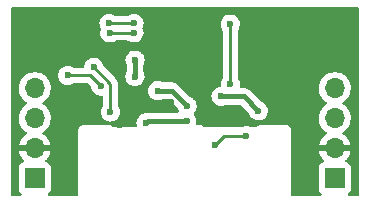
<source format=gbr>
%TF.GenerationSoftware,KiCad,Pcbnew,6.0.11-2627ca5db0~126~ubuntu22.04.1*%
%TF.CreationDate,2024-02-09T10:20:24+01:00*%
%TF.ProjectId,I2C_Module_SHT45_BME280_FUEL4EP,4932435f-4d6f-4647-956c-655f53485434,V1.2*%
%TF.SameCoordinates,Original*%
%TF.FileFunction,Copper,L2,Bot*%
%TF.FilePolarity,Positive*%
%FSLAX46Y46*%
G04 Gerber Fmt 4.6, Leading zero omitted, Abs format (unit mm)*
G04 Created by KiCad (PCBNEW 6.0.11-2627ca5db0~126~ubuntu22.04.1) date 2024-02-09 10:20:24*
%MOMM*%
%LPD*%
G01*
G04 APERTURE LIST*
%TA.AperFunction,ComponentPad*%
%ADD10R,1.700000X1.700000*%
%TD*%
%TA.AperFunction,ComponentPad*%
%ADD11O,1.700000X1.700000*%
%TD*%
%TA.AperFunction,ViaPad*%
%ADD12C,0.600000*%
%TD*%
%TA.AperFunction,Conductor*%
%ADD13C,0.400000*%
%TD*%
%TA.AperFunction,Conductor*%
%ADD14C,0.250000*%
%TD*%
G04 APERTURE END LIST*
D10*
%TO.P,J1,1,Pin_1*%
%TO.N,VCC*%
X2500000Y2000000D03*
D11*
%TO.P,J1,2,Pin_2*%
%TO.N,GND*%
X2500000Y4540000D03*
%TO.P,J1,3,Pin_3*%
%TO.N,/SCL*%
X2500000Y7080000D03*
%TO.P,J1,4,Pin_4*%
%TO.N,/SDA*%
X2500000Y9620000D03*
%TD*%
D10*
%TO.P,J2,1,Pin_1*%
%TO.N,VCC*%
X27900000Y2000000D03*
D11*
%TO.P,J2,2,Pin_2*%
%TO.N,GND*%
X27900000Y4540000D03*
%TO.P,J2,3,Pin_3*%
%TO.N,/SCL*%
X27900000Y7080000D03*
%TO.P,J2,4,Pin_4*%
%TO.N,/SDA*%
X27900000Y9620000D03*
%TD*%
D12*
%TO.N,VCC*%
X18274735Y8935823D03*
X11925000Y6675000D03*
X21422500Y7696884D03*
X15368742Y6831258D03*
%TO.N,GND*%
X4250000Y6290000D03*
X17358500Y7282551D03*
X12252178Y11675500D03*
X26180000Y6260000D03*
X5300000Y8200000D03*
X14019014Y8491742D03*
X9500500Y11500500D03*
X9700000Y6500000D03*
X24410000Y8030000D03*
X22800000Y8900000D03*
X10700000Y9000000D03*
%TO.N,/SCL*%
X8857217Y14300000D03*
X7500000Y11400000D03*
X8900000Y7600000D03*
X10900000Y14300000D03*
X17780000Y4826000D03*
X20400000Y5600000D03*
%TO.N,/SDA*%
X19050000Y9950000D03*
X19050000Y15050000D03*
X5300000Y10700000D03*
X8786493Y15096368D03*
X10900000Y15099503D03*
X8100000Y9800002D03*
%TO.N,VDDA*%
X10985000Y10597577D03*
X11000000Y12000000D03*
X12900000Y9400000D03*
X15395802Y8104198D03*
%TD*%
D13*
%TO.N,VCC*%
X18274735Y8935823D02*
X20183561Y8935823D01*
X12081258Y6831258D02*
X11925000Y6675000D01*
X20183561Y8935823D02*
X21422500Y7696884D01*
X15368742Y6831258D02*
X12081258Y6831258D01*
D14*
%TO.N,/SCL*%
X17780000Y4826000D02*
X18554000Y5600000D01*
X18554000Y5600000D02*
X20400000Y5600000D01*
X7500000Y11400000D02*
X8900000Y10000000D01*
X10900000Y14300000D02*
X8857217Y14300000D01*
X8900000Y10000000D02*
X8900000Y7600000D01*
%TO.N,/SDA*%
X5300000Y10700000D02*
X7200000Y10700000D01*
X7200000Y10700000D02*
X8100000Y9800002D01*
X10900000Y15099503D02*
X10896865Y15096368D01*
X19050000Y15050000D02*
X19050000Y9950000D01*
X10896865Y15096368D02*
X8786493Y15096368D01*
D13*
%TO.N,VDDA*%
X11000000Y12000000D02*
X11000000Y10619423D01*
X14100000Y9400000D02*
X15395802Y8104198D01*
X11000000Y10619423D02*
X11000000Y10612577D01*
X11000000Y10619423D02*
X10981577Y10601000D01*
X11000000Y10612577D02*
X10985000Y10597577D01*
X12900000Y9400000D02*
X14100000Y9400000D01*
%TD*%
%TA.AperFunction,Conductor*%
%TO.N,GND*%
G36*
X29913621Y16471498D02*
G01*
X29960114Y16417842D01*
X29971500Y16365500D01*
X29971500Y634500D01*
X29951498Y566379D01*
X29897842Y519886D01*
X29845500Y508500D01*
X29120226Y508500D01*
X29052105Y528502D01*
X29005612Y582158D01*
X28995508Y652432D01*
X29025002Y717012D01*
X29044661Y735326D01*
X29106080Y781357D01*
X29106081Y781358D01*
X29113261Y786739D01*
X29200615Y903295D01*
X29251745Y1039684D01*
X29258500Y1101866D01*
X29258500Y2898134D01*
X29251745Y2960316D01*
X29200615Y3096705D01*
X29113261Y3213261D01*
X28996705Y3300615D01*
X28877687Y3345233D01*
X28820923Y3387875D01*
X28796223Y3454436D01*
X28811430Y3523785D01*
X28832977Y3552465D01*
X28934052Y3653188D01*
X28940730Y3661035D01*
X29065003Y3833980D01*
X29070313Y3842817D01*
X29164670Y4033733D01*
X29168469Y4043328D01*
X29230377Y4247090D01*
X29232555Y4257163D01*
X29233986Y4268038D01*
X29231775Y4282222D01*
X29218617Y4286000D01*
X26583225Y4286000D01*
X26569694Y4282027D01*
X26568257Y4272034D01*
X26598565Y4137554D01*
X26601645Y4127725D01*
X26681770Y3930397D01*
X26686413Y3921206D01*
X26797694Y3739612D01*
X26803777Y3731301D01*
X26943213Y3570333D01*
X26950577Y3563121D01*
X26955522Y3559015D01*
X26995156Y3500111D01*
X26996653Y3429130D01*
X26959537Y3368608D01*
X26919264Y3344090D01*
X26811705Y3303768D01*
X26811704Y3303767D01*
X26803295Y3300615D01*
X26686739Y3213261D01*
X26599385Y3096705D01*
X26548255Y2960316D01*
X26541500Y2898134D01*
X26541500Y1101866D01*
X26548255Y1039684D01*
X26599385Y903295D01*
X26686739Y786739D01*
X26693919Y781358D01*
X26693920Y781357D01*
X26755339Y735326D01*
X26797854Y678467D01*
X26802880Y607648D01*
X26768820Y545355D01*
X26706489Y511365D01*
X26679774Y508500D01*
X24334500Y508500D01*
X24266379Y528502D01*
X24219886Y582158D01*
X24208500Y634500D01*
X24208500Y5991377D01*
X24208502Y5992147D01*
X24208714Y6026833D01*
X24208976Y6069721D01*
X24200850Y6098153D01*
X24197272Y6114915D01*
X24194352Y6135302D01*
X24193080Y6144187D01*
X24182451Y6167564D01*
X24176004Y6185087D01*
X24174348Y6190880D01*
X24168949Y6209771D01*
X24163458Y6218474D01*
X24153170Y6234780D01*
X24145030Y6249865D01*
X24142564Y6255289D01*
X24132792Y6276782D01*
X24116030Y6296235D01*
X24104927Y6311239D01*
X24091224Y6332958D01*
X24084499Y6338897D01*
X24084496Y6338901D01*
X24069062Y6352532D01*
X24057018Y6364724D01*
X24043573Y6380327D01*
X24043570Y6380329D01*
X24037713Y6387127D01*
X24030012Y6392119D01*
X24016165Y6401094D01*
X24001291Y6412385D01*
X23988783Y6423431D01*
X23988782Y6423432D01*
X23982049Y6429378D01*
X23955287Y6441943D01*
X23940309Y6450263D01*
X23923017Y6461471D01*
X23923012Y6461473D01*
X23915485Y6466352D01*
X23906892Y6468922D01*
X23906887Y6468924D01*
X23890880Y6473711D01*
X23873436Y6480372D01*
X23858324Y6487467D01*
X23858322Y6487468D01*
X23850200Y6491281D01*
X23841333Y6492662D01*
X23841332Y6492662D01*
X23830478Y6494352D01*
X23820983Y6495830D01*
X23804268Y6499613D01*
X23784534Y6505515D01*
X23784528Y6505516D01*
X23775934Y6508086D01*
X23766963Y6508141D01*
X23766962Y6508141D01*
X23756903Y6508202D01*
X23741494Y6508296D01*
X23740711Y6508329D01*
X23739614Y6508500D01*
X23708623Y6508500D01*
X23707853Y6508502D01*
X23634215Y6508952D01*
X23634214Y6508952D01*
X23630279Y6508976D01*
X23628935Y6508592D01*
X23627590Y6508500D01*
X21708623Y6508500D01*
X21707853Y6508502D01*
X21707037Y6508507D01*
X21630279Y6508976D01*
X21607918Y6502585D01*
X21601847Y6500850D01*
X21585085Y6497272D01*
X21555813Y6493080D01*
X21547645Y6489366D01*
X21547644Y6489366D01*
X21532438Y6482452D01*
X21514914Y6476004D01*
X21490229Y6468949D01*
X21482635Y6464157D01*
X21482632Y6464156D01*
X21465220Y6453170D01*
X21450137Y6445031D01*
X21423218Y6432792D01*
X21416416Y6426931D01*
X21403765Y6416030D01*
X21388761Y6404927D01*
X21367042Y6391224D01*
X21361103Y6384499D01*
X21361099Y6384496D01*
X21347468Y6369062D01*
X21335276Y6357018D01*
X21319674Y6343574D01*
X21319671Y6343571D01*
X21318883Y6342891D01*
X21318879Y6342889D01*
X21312873Y6337714D01*
X21312126Y6338581D01*
X21259471Y6304987D01*
X21224373Y6300000D01*
X20842552Y6300000D01*
X20775039Y6319614D01*
X20762613Y6327499D01*
X20756666Y6331273D01*
X20750033Y6333635D01*
X20592425Y6389757D01*
X20592420Y6389758D01*
X20585790Y6392119D01*
X20578802Y6392952D01*
X20578799Y6392953D01*
X20455698Y6407632D01*
X20405680Y6413596D01*
X20398677Y6412860D01*
X20398676Y6412860D01*
X20232288Y6395372D01*
X20232286Y6395371D01*
X20225288Y6394636D01*
X20163856Y6373723D01*
X20060249Y6338453D01*
X20060246Y6338452D01*
X20053579Y6336182D01*
X20047581Y6332492D01*
X20047579Y6332491D01*
X20025133Y6318682D01*
X19959111Y6300000D01*
X16875824Y6300000D01*
X16807703Y6320002D01*
X16791947Y6333776D01*
X16791225Y6332958D01*
X16769062Y6352532D01*
X16757018Y6364724D01*
X16743573Y6380327D01*
X16743570Y6380329D01*
X16737713Y6387127D01*
X16730012Y6392119D01*
X16716165Y6401094D01*
X16701291Y6412385D01*
X16688783Y6423431D01*
X16688782Y6423432D01*
X16682049Y6429378D01*
X16655287Y6441943D01*
X16640309Y6450263D01*
X16623017Y6461471D01*
X16623012Y6461473D01*
X16615485Y6466352D01*
X16606892Y6468922D01*
X16606887Y6468924D01*
X16590880Y6473711D01*
X16573436Y6480372D01*
X16558324Y6487467D01*
X16558322Y6487468D01*
X16550200Y6491281D01*
X16541333Y6492662D01*
X16541332Y6492662D01*
X16530478Y6494352D01*
X16520983Y6495830D01*
X16504268Y6499613D01*
X16484534Y6505515D01*
X16484528Y6505516D01*
X16475934Y6508086D01*
X16466963Y6508141D01*
X16466962Y6508141D01*
X16456903Y6508202D01*
X16441494Y6508296D01*
X16440711Y6508329D01*
X16439614Y6508500D01*
X16408623Y6508500D01*
X16407853Y6508502D01*
X16334215Y6508952D01*
X16334214Y6508952D01*
X16330279Y6508976D01*
X16328935Y6508592D01*
X16327590Y6508500D01*
X16284820Y6508500D01*
X16216699Y6528502D01*
X16170206Y6582158D01*
X16160046Y6652036D01*
X16181490Y6804618D01*
X16181490Y6804623D01*
X16182041Y6808541D01*
X16182358Y6831258D01*
X16162139Y7011513D01*
X16155653Y7030139D01*
X16104806Y7176152D01*
X16104804Y7176155D01*
X16102487Y7182810D01*
X16095397Y7194157D01*
X16010101Y7330660D01*
X16006368Y7336634D01*
X15978372Y7364826D01*
X15944565Y7427256D01*
X15949877Y7498054D01*
X15980886Y7544856D01*
X16019068Y7581216D01*
X16119445Y7732296D01*
X16174466Y7877139D01*
X16181357Y7895278D01*
X16181358Y7895280D01*
X16183857Y7901860D01*
X16205297Y8054415D01*
X16208550Y8077559D01*
X16208550Y8077562D01*
X16209101Y8081481D01*
X16209254Y8092460D01*
X16209363Y8100236D01*
X16209363Y8100241D01*
X16209418Y8104198D01*
X16189199Y8284453D01*
X16182022Y8305063D01*
X16131866Y8449092D01*
X16131864Y8449095D01*
X16129547Y8455750D01*
X16033428Y8609574D01*
X15986455Y8656876D01*
X15910580Y8733283D01*
X15910576Y8733286D01*
X15905617Y8738280D01*
X15860893Y8766663D01*
X15846340Y8775898D01*
X15752468Y8835471D01*
X15645710Y8873486D01*
X15598880Y8903090D01*
X15554787Y8947183D01*
X17461198Y8947183D01*
X17478898Y8766663D01*
X17536153Y8594550D01*
X17539800Y8588528D01*
X17539801Y8588526D01*
X17624245Y8449092D01*
X17630115Y8439399D01*
X17635004Y8434336D01*
X17635005Y8434335D01*
X17659581Y8408886D01*
X17756117Y8308921D01*
X17762013Y8305063D01*
X17864186Y8238203D01*
X17907894Y8209601D01*
X17914498Y8207145D01*
X17914500Y8207144D01*
X18071293Y8148833D01*
X18071295Y8148833D01*
X18077903Y8146375D01*
X18161730Y8135190D01*
X18250715Y8123316D01*
X18250719Y8123316D01*
X18257696Y8122385D01*
X18264707Y8123023D01*
X18264711Y8123023D01*
X18407194Y8135991D01*
X18438335Y8138825D01*
X18445037Y8141003D01*
X18445039Y8141003D01*
X18604144Y8192699D01*
X18604147Y8192700D01*
X18610843Y8194876D01*
X18635462Y8209552D01*
X18699980Y8227323D01*
X19837900Y8227323D01*
X19906021Y8207321D01*
X19926996Y8190418D01*
X20624034Y7493379D01*
X20654496Y7444056D01*
X20683918Y7355611D01*
X20687565Y7349589D01*
X20687566Y7349587D01*
X20764698Y7222227D01*
X20777880Y7200460D01*
X20782769Y7195397D01*
X20782770Y7195396D01*
X20797857Y7179773D01*
X20903882Y7069982D01*
X20909778Y7066124D01*
X21044192Y6978166D01*
X21055659Y6970662D01*
X21062263Y6968206D01*
X21062265Y6968205D01*
X21219058Y6909894D01*
X21219060Y6909894D01*
X21225668Y6907436D01*
X21309495Y6896251D01*
X21398480Y6884377D01*
X21398484Y6884377D01*
X21405461Y6883446D01*
X21412472Y6884084D01*
X21412476Y6884084D01*
X21554959Y6897052D01*
X21586100Y6899886D01*
X21592802Y6902064D01*
X21592804Y6902064D01*
X21751909Y6953760D01*
X21751912Y6953761D01*
X21758608Y6955937D01*
X21914412Y7048815D01*
X21982133Y7113305D01*
X26537251Y7113305D01*
X26537548Y7108152D01*
X26537548Y7108149D01*
X26546764Y6948323D01*
X26550110Y6890285D01*
X26551247Y6885239D01*
X26551248Y6885233D01*
X26573392Y6786977D01*
X26599222Y6672361D01*
X26637461Y6578189D01*
X26680817Y6471416D01*
X26683266Y6465384D01*
X26720318Y6404920D01*
X26772594Y6319614D01*
X26799987Y6274912D01*
X26946250Y6106062D01*
X27118126Y5963368D01*
X27138347Y5951552D01*
X27191955Y5920226D01*
X27240679Y5868588D01*
X27253750Y5798805D01*
X27227019Y5733033D01*
X27186562Y5699673D01*
X27178457Y5695454D01*
X27169738Y5689964D01*
X26999433Y5562095D01*
X26991726Y5555252D01*
X26844590Y5401283D01*
X26838104Y5393273D01*
X26718098Y5217351D01*
X26713000Y5208377D01*
X26623338Y5015217D01*
X26619775Y5005530D01*
X26564389Y4805817D01*
X26565912Y4797393D01*
X26578292Y4794000D01*
X29218344Y4794000D01*
X29231875Y4797973D01*
X29233180Y4807053D01*
X29191214Y4974125D01*
X29187894Y4983876D01*
X29102972Y5179186D01*
X29098105Y5188261D01*
X28982426Y5367074D01*
X28976136Y5375243D01*
X28832806Y5532760D01*
X28825273Y5539785D01*
X28658139Y5671778D01*
X28649556Y5677480D01*
X28612602Y5697880D01*
X28562631Y5748313D01*
X28547859Y5817755D01*
X28572975Y5884161D01*
X28600327Y5910768D01*
X28632971Y5934053D01*
X28779860Y6038827D01*
X28789164Y6048098D01*
X28899775Y6158324D01*
X28938096Y6196511D01*
X28957143Y6223017D01*
X29065435Y6373723D01*
X29068453Y6377923D01*
X29075882Y6392953D01*
X29165136Y6573547D01*
X29165137Y6573549D01*
X29167430Y6578189D01*
X29232370Y6791931D01*
X29261529Y7013410D01*
X29262100Y7036762D01*
X29263074Y7076635D01*
X29263074Y7076639D01*
X29263156Y7080000D01*
X29244852Y7302639D01*
X29190431Y7519298D01*
X29101354Y7724160D01*
X29006915Y7870140D01*
X28982822Y7907383D01*
X28982820Y7907386D01*
X28980014Y7911723D01*
X28829670Y8076949D01*
X28825619Y8080148D01*
X28825615Y8080152D01*
X28658414Y8212200D01*
X28658410Y8212202D01*
X28654359Y8215402D01*
X28613053Y8238204D01*
X28563084Y8288636D01*
X28548312Y8358079D01*
X28573428Y8424484D01*
X28600780Y8451091D01*
X28663426Y8495776D01*
X28779860Y8578827D01*
X28788263Y8587200D01*
X28934435Y8732863D01*
X28938096Y8736511D01*
X28954960Y8759979D01*
X29065435Y8913723D01*
X29068453Y8917923D01*
X29102378Y8986564D01*
X29165136Y9113547D01*
X29165137Y9113549D01*
X29167430Y9118189D01*
X29232370Y9331931D01*
X29261529Y9553410D01*
X29261984Y9572028D01*
X29263074Y9616635D01*
X29263074Y9616639D01*
X29263156Y9620000D01*
X29244852Y9842639D01*
X29190431Y10059298D01*
X29101354Y10264160D01*
X29040176Y10358727D01*
X28982822Y10447383D01*
X28982820Y10447386D01*
X28980014Y10451723D01*
X28829670Y10616949D01*
X28825619Y10620148D01*
X28825615Y10620152D01*
X28658414Y10752200D01*
X28658410Y10752202D01*
X28654359Y10755402D01*
X28458789Y10863362D01*
X28453920Y10865086D01*
X28453916Y10865088D01*
X28253087Y10936205D01*
X28253083Y10936206D01*
X28248212Y10937931D01*
X28243119Y10938838D01*
X28243116Y10938839D01*
X28033373Y10976200D01*
X28033367Y10976201D01*
X28028284Y10977106D01*
X27954452Y10978008D01*
X27810081Y10979772D01*
X27810079Y10979772D01*
X27804911Y10979835D01*
X27584091Y10946045D01*
X27371756Y10876643D01*
X27341443Y10860863D01*
X27189761Y10781902D01*
X27173607Y10773493D01*
X27169474Y10770390D01*
X27169471Y10770388D01*
X27090853Y10711360D01*
X26994965Y10639365D01*
X26991393Y10635627D01*
X26859977Y10498108D01*
X26840629Y10477862D01*
X26714743Y10293320D01*
X26673085Y10203576D01*
X26623192Y10096089D01*
X26620688Y10090695D01*
X26560989Y9875430D01*
X26537251Y9653305D01*
X26537548Y9648152D01*
X26537548Y9648149D01*
X26543011Y9553410D01*
X26550110Y9430285D01*
X26551247Y9425239D01*
X26551248Y9425233D01*
X26553252Y9416343D01*
X26599222Y9212361D01*
X26656491Y9071323D01*
X26681167Y9010554D01*
X26683266Y9005384D01*
X26723229Y8940170D01*
X26785939Y8837837D01*
X26799987Y8814912D01*
X26946250Y8646062D01*
X27118126Y8503368D01*
X27181780Y8466172D01*
X27191445Y8460524D01*
X27240169Y8408886D01*
X27253240Y8339103D01*
X27226509Y8273331D01*
X27186055Y8239973D01*
X27173607Y8233493D01*
X27169474Y8230390D01*
X27169471Y8230388D01*
X26999100Y8102470D01*
X26994965Y8099365D01*
X26840629Y7937862D01*
X26837715Y7933590D01*
X26837714Y7933589D01*
X26794432Y7870140D01*
X26714743Y7753320D01*
X26686707Y7692922D01*
X26633030Y7577283D01*
X26620688Y7550695D01*
X26560989Y7335430D01*
X26537251Y7113305D01*
X21982133Y7113305D01*
X22045766Y7173902D01*
X22146143Y7324982D01*
X22200231Y7467367D01*
X22208055Y7487964D01*
X22208056Y7487966D01*
X22210555Y7494546D01*
X22212930Y7511447D01*
X22235248Y7670245D01*
X22235248Y7670248D01*
X22235799Y7674167D01*
X22236116Y7696884D01*
X22215897Y7877139D01*
X22213580Y7883793D01*
X22158564Y8041778D01*
X22158562Y8041781D01*
X22156245Y8048436D01*
X22095629Y8145443D01*
X22063859Y8196286D01*
X22060126Y8202260D01*
X22049005Y8213459D01*
X21937278Y8325969D01*
X21937274Y8325972D01*
X21932315Y8330966D01*
X21923370Y8336643D01*
X21809532Y8408886D01*
X21779166Y8428157D01*
X21720373Y8449092D01*
X21672407Y8466172D01*
X21625578Y8495776D01*
X20705011Y9416343D01*
X20699157Y9422608D01*
X20692460Y9430285D01*
X20661122Y9466208D01*
X20608841Y9502952D01*
X20603547Y9506884D01*
X20559254Y9541614D01*
X20553279Y9546299D01*
X20546363Y9549422D01*
X20544077Y9550806D01*
X20529396Y9559180D01*
X20527036Y9560445D01*
X20520822Y9564813D01*
X20513743Y9567573D01*
X20513741Y9567574D01*
X20461286Y9588025D01*
X20455217Y9590576D01*
X20396988Y9616868D01*
X20389521Y9618252D01*
X20386966Y9619053D01*
X20370713Y9623682D01*
X20368133Y9624345D01*
X20361052Y9627105D01*
X20353521Y9628096D01*
X20353519Y9628097D01*
X20323900Y9631996D01*
X20297700Y9635445D01*
X20291202Y9636475D01*
X20228375Y9648119D01*
X20220795Y9647682D01*
X20220794Y9647682D01*
X20166169Y9644532D01*
X20158915Y9644323D01*
X19968478Y9644323D01*
X19900357Y9664325D01*
X19853864Y9717981D01*
X19843704Y9787859D01*
X19845662Y9801787D01*
X19861293Y9913010D01*
X19862748Y9923361D01*
X19862748Y9923364D01*
X19863299Y9927283D01*
X19863616Y9950000D01*
X19843397Y10130255D01*
X19840456Y10138700D01*
X19786064Y10294894D01*
X19786062Y10294897D01*
X19783745Y10301552D01*
X19777365Y10311762D01*
X19702646Y10431339D01*
X19683500Y10498108D01*
X19683500Y14504380D01*
X19704552Y14574107D01*
X19769742Y14672227D01*
X19773643Y14678098D01*
X19838055Y14847662D01*
X19839035Y14854634D01*
X19862748Y15023361D01*
X19862748Y15023364D01*
X19863299Y15027283D01*
X19863616Y15050000D01*
X19843397Y15230255D01*
X19841080Y15236909D01*
X19786064Y15394894D01*
X19786062Y15394897D01*
X19783745Y15401552D01*
X19749076Y15457034D01*
X19691359Y15549402D01*
X19687626Y15555376D01*
X19638670Y15604675D01*
X19564778Y15679085D01*
X19564774Y15679088D01*
X19559815Y15684082D01*
X19548697Y15691138D01*
X19500538Y15721700D01*
X19406666Y15781273D01*
X19377463Y15791672D01*
X19242425Y15839757D01*
X19242420Y15839758D01*
X19235790Y15842119D01*
X19228802Y15842952D01*
X19228799Y15842953D01*
X19105698Y15857632D01*
X19055680Y15863596D01*
X19048677Y15862860D01*
X19048676Y15862860D01*
X18882288Y15845372D01*
X18882286Y15845371D01*
X18875288Y15844636D01*
X18703579Y15786182D01*
X18697575Y15782488D01*
X18555095Y15694834D01*
X18555092Y15694832D01*
X18549088Y15691138D01*
X18544053Y15686207D01*
X18544050Y15686205D01*
X18466842Y15610597D01*
X18419493Y15564229D01*
X18321235Y15411762D01*
X18318826Y15405142D01*
X18318824Y15405139D01*
X18273189Y15279758D01*
X18259197Y15241315D01*
X18236463Y15061360D01*
X18254163Y14880840D01*
X18311418Y14708727D01*
X18315065Y14702705D01*
X18315066Y14702703D01*
X18398276Y14565306D01*
X18416500Y14500035D01*
X18416500Y10496669D01*
X18396411Y10428414D01*
X18325054Y10317690D01*
X18325050Y10317681D01*
X18321235Y10311762D01*
X18318826Y10305142D01*
X18318825Y10305141D01*
X18261606Y10147934D01*
X18259197Y10141315D01*
X18236463Y9961360D01*
X18240601Y9919157D01*
X18245270Y9871535D01*
X18232010Y9801787D01*
X18183147Y9750281D01*
X18133044Y9733930D01*
X18107022Y9731195D01*
X18107019Y9731194D01*
X18100023Y9730459D01*
X17928314Y9672005D01*
X17883658Y9644532D01*
X17779830Y9580657D01*
X17779827Y9580655D01*
X17773823Y9576961D01*
X17768788Y9572030D01*
X17768785Y9572028D01*
X17649260Y9454980D01*
X17644228Y9450052D01*
X17545970Y9297585D01*
X17543561Y9290965D01*
X17543559Y9290962D01*
X17486341Y9133757D01*
X17483932Y9127138D01*
X17461198Y8947183D01*
X15554787Y8947183D01*
X14621450Y9880520D01*
X14615596Y9886785D01*
X14596821Y9908307D01*
X14577561Y9930385D01*
X14525280Y9967129D01*
X14519986Y9971061D01*
X14475693Y10005791D01*
X14469718Y10010476D01*
X14462802Y10013599D01*
X14460516Y10014983D01*
X14445835Y10023357D01*
X14443475Y10024622D01*
X14437261Y10028990D01*
X14430182Y10031750D01*
X14430180Y10031751D01*
X14377725Y10052202D01*
X14371656Y10054753D01*
X14313427Y10081045D01*
X14305960Y10082429D01*
X14303405Y10083230D01*
X14287152Y10087859D01*
X14284572Y10088522D01*
X14277491Y10091282D01*
X14269960Y10092273D01*
X14269958Y10092274D01*
X14240339Y10096173D01*
X14214139Y10099622D01*
X14207641Y10100652D01*
X14144814Y10112296D01*
X14137234Y10111859D01*
X14137233Y10111859D01*
X14082608Y10108709D01*
X14075354Y10108500D01*
X13329158Y10108500D01*
X13269624Y10125795D01*
X13268948Y10124410D01*
X13262609Y10127502D01*
X13256666Y10131273D01*
X13242880Y10136182D01*
X13092425Y10189757D01*
X13092420Y10189758D01*
X13085790Y10192119D01*
X13078802Y10192952D01*
X13078799Y10192953D01*
X12955698Y10207632D01*
X12905680Y10213596D01*
X12898677Y10212860D01*
X12898676Y10212860D01*
X12732288Y10195372D01*
X12732286Y10195371D01*
X12725288Y10194636D01*
X12553579Y10136182D01*
X12495828Y10100653D01*
X12405095Y10044834D01*
X12405092Y10044832D01*
X12399088Y10041138D01*
X12394053Y10036207D01*
X12394050Y10036205D01*
X12278818Y9923361D01*
X12269493Y9914229D01*
X12171235Y9761762D01*
X12168826Y9755142D01*
X12168824Y9755139D01*
X12118413Y9616635D01*
X12109197Y9591315D01*
X12086463Y9411360D01*
X12104163Y9230840D01*
X12161418Y9058727D01*
X12165065Y9052705D01*
X12165066Y9052703D01*
X12249235Y8913723D01*
X12255380Y8903576D01*
X12260269Y8898513D01*
X12260270Y8898512D01*
X12284438Y8873486D01*
X12381382Y8773098D01*
X12533159Y8673778D01*
X12539763Y8671322D01*
X12539765Y8671321D01*
X12696558Y8613010D01*
X12696560Y8613010D01*
X12703168Y8610552D01*
X12786995Y8599367D01*
X12875980Y8587493D01*
X12875984Y8587493D01*
X12882961Y8586562D01*
X12889972Y8587200D01*
X12889976Y8587200D01*
X13032459Y8600168D01*
X13063600Y8603002D01*
X13070302Y8605180D01*
X13070304Y8605180D01*
X13229409Y8656876D01*
X13229412Y8656877D01*
X13236108Y8659053D01*
X13260727Y8673729D01*
X13325245Y8691500D01*
X13754340Y8691500D01*
X13822461Y8671498D01*
X13843435Y8654595D01*
X14597334Y7900696D01*
X14627796Y7851374D01*
X14657220Y7762925D01*
X14676538Y7731027D01*
X14694716Y7662400D01*
X14672906Y7594837D01*
X14618030Y7549790D01*
X14568761Y7539758D01*
X12110170Y7539758D01*
X12101600Y7540050D01*
X12051482Y7543467D01*
X12051478Y7543467D01*
X12043906Y7543983D01*
X12036429Y7542678D01*
X12036428Y7542678D01*
X12009950Y7538057D01*
X11980955Y7532996D01*
X11974437Y7532035D01*
X11911016Y7524360D01*
X11903915Y7521677D01*
X11901306Y7521036D01*
X11884996Y7516573D01*
X11882460Y7515808D01*
X11874974Y7514501D01*
X11826858Y7493379D01*
X11816463Y7488816D01*
X11810373Y7486330D01*
X11787522Y7477696D01*
X11764119Y7472143D01*
X11764175Y7471886D01*
X11757288Y7470372D01*
X11750288Y7469636D01*
X11743624Y7467367D01*
X11743622Y7467367D01*
X11625796Y7427256D01*
X11578579Y7411182D01*
X11556603Y7397662D01*
X11430095Y7319834D01*
X11430092Y7319832D01*
X11424088Y7316138D01*
X11419053Y7311207D01*
X11419050Y7311205D01*
X11299525Y7194157D01*
X11294493Y7189229D01*
X11196235Y7036762D01*
X11193826Y7030142D01*
X11193824Y7030139D01*
X11136913Y6873778D01*
X11134197Y6866315D01*
X11111463Y6686360D01*
X11129163Y6505840D01*
X11142299Y6466352D01*
X11142492Y6465772D01*
X11145015Y6394820D01*
X11108778Y6333768D01*
X11045286Y6301999D01*
X11022934Y6300000D01*
X9175824Y6300000D01*
X9107703Y6320002D01*
X9091947Y6333776D01*
X9091225Y6332958D01*
X9069062Y6352532D01*
X9057018Y6364724D01*
X9043573Y6380327D01*
X9043570Y6380329D01*
X9037713Y6387127D01*
X9030012Y6392119D01*
X9016165Y6401094D01*
X9001291Y6412385D01*
X8988783Y6423431D01*
X8988782Y6423432D01*
X8982049Y6429378D01*
X8955287Y6441943D01*
X8940309Y6450263D01*
X8923017Y6461471D01*
X8923012Y6461473D01*
X8915485Y6466352D01*
X8906892Y6468922D01*
X8906887Y6468924D01*
X8890880Y6473711D01*
X8873436Y6480372D01*
X8858324Y6487467D01*
X8858322Y6487468D01*
X8850200Y6491281D01*
X8841333Y6492662D01*
X8841332Y6492662D01*
X8830478Y6494352D01*
X8820983Y6495830D01*
X8804268Y6499613D01*
X8784534Y6505515D01*
X8784528Y6505516D01*
X8775934Y6508086D01*
X8766963Y6508141D01*
X8766962Y6508141D01*
X8756903Y6508202D01*
X8741494Y6508296D01*
X8740711Y6508329D01*
X8739614Y6508500D01*
X8708623Y6508500D01*
X8707853Y6508502D01*
X8634215Y6508952D01*
X8634214Y6508952D01*
X8630279Y6508976D01*
X8628935Y6508592D01*
X8627590Y6508500D01*
X6708623Y6508500D01*
X6707853Y6508502D01*
X6707037Y6508507D01*
X6630279Y6508976D01*
X6607918Y6502585D01*
X6601847Y6500850D01*
X6585085Y6497272D01*
X6555813Y6493080D01*
X6547645Y6489366D01*
X6547644Y6489366D01*
X6532438Y6482452D01*
X6514914Y6476004D01*
X6490229Y6468949D01*
X6482635Y6464157D01*
X6482632Y6464156D01*
X6465220Y6453170D01*
X6450137Y6445031D01*
X6423218Y6432792D01*
X6416416Y6426931D01*
X6403765Y6416030D01*
X6388761Y6404927D01*
X6367042Y6391224D01*
X6361103Y6384499D01*
X6361099Y6384496D01*
X6347468Y6369062D01*
X6335276Y6357018D01*
X6319673Y6343573D01*
X6319671Y6343570D01*
X6312873Y6337713D01*
X6307993Y6330184D01*
X6307992Y6330183D01*
X6298906Y6316165D01*
X6287615Y6301291D01*
X6276569Y6288783D01*
X6270622Y6282049D01*
X6264312Y6268609D01*
X6258058Y6255289D01*
X6249737Y6240309D01*
X6238529Y6223017D01*
X6238527Y6223012D01*
X6233648Y6215485D01*
X6231078Y6206892D01*
X6231076Y6206887D01*
X6226289Y6190880D01*
X6219628Y6173436D01*
X6213110Y6159552D01*
X6208719Y6150200D01*
X6207338Y6141333D01*
X6207338Y6141332D01*
X6204170Y6120985D01*
X6200387Y6104268D01*
X6194485Y6084534D01*
X6194484Y6084528D01*
X6191914Y6075934D01*
X6191859Y6066963D01*
X6191859Y6066962D01*
X6191704Y6041503D01*
X6191671Y6040711D01*
X6191500Y6039614D01*
X6191500Y6008623D01*
X6191498Y6007853D01*
X6191024Y5930279D01*
X6191408Y5928935D01*
X6191500Y5927590D01*
X6191500Y634500D01*
X6171498Y566379D01*
X6117842Y519886D01*
X6065500Y508500D01*
X3720226Y508500D01*
X3652105Y528502D01*
X3605612Y582158D01*
X3595508Y652432D01*
X3625002Y717012D01*
X3644661Y735326D01*
X3706080Y781357D01*
X3706081Y781358D01*
X3713261Y786739D01*
X3800615Y903295D01*
X3851745Y1039684D01*
X3858500Y1101866D01*
X3858500Y2898134D01*
X3851745Y2960316D01*
X3800615Y3096705D01*
X3713261Y3213261D01*
X3596705Y3300615D01*
X3477687Y3345233D01*
X3420923Y3387875D01*
X3396223Y3454436D01*
X3411430Y3523785D01*
X3432977Y3552465D01*
X3534052Y3653188D01*
X3540730Y3661035D01*
X3665003Y3833980D01*
X3670313Y3842817D01*
X3764670Y4033733D01*
X3768469Y4043328D01*
X3830377Y4247090D01*
X3832555Y4257163D01*
X3833986Y4268038D01*
X3831775Y4282222D01*
X3818617Y4286000D01*
X1183225Y4286000D01*
X1169694Y4282027D01*
X1168257Y4272034D01*
X1198565Y4137554D01*
X1201645Y4127725D01*
X1281770Y3930397D01*
X1286413Y3921206D01*
X1397694Y3739612D01*
X1403777Y3731301D01*
X1543213Y3570333D01*
X1550577Y3563121D01*
X1555522Y3559015D01*
X1595156Y3500111D01*
X1596653Y3429130D01*
X1559537Y3368608D01*
X1519264Y3344090D01*
X1411705Y3303768D01*
X1411704Y3303767D01*
X1403295Y3300615D01*
X1286739Y3213261D01*
X1199385Y3096705D01*
X1148255Y2960316D01*
X1141500Y2898134D01*
X1141500Y1101866D01*
X1148255Y1039684D01*
X1199385Y903295D01*
X1286739Y786739D01*
X1293919Y781358D01*
X1293920Y781357D01*
X1355339Y735326D01*
X1397854Y678467D01*
X1402880Y607648D01*
X1368820Y545355D01*
X1306489Y511365D01*
X1279774Y508500D01*
X634500Y508500D01*
X566379Y528502D01*
X519886Y582158D01*
X508500Y634500D01*
X508500Y7113305D01*
X1137251Y7113305D01*
X1137548Y7108152D01*
X1137548Y7108149D01*
X1146764Y6948323D01*
X1150110Y6890285D01*
X1151247Y6885239D01*
X1151248Y6885233D01*
X1173392Y6786977D01*
X1199222Y6672361D01*
X1237461Y6578189D01*
X1280817Y6471416D01*
X1283266Y6465384D01*
X1320318Y6404920D01*
X1372594Y6319614D01*
X1399987Y6274912D01*
X1546250Y6106062D01*
X1718126Y5963368D01*
X1738347Y5951552D01*
X1791955Y5920226D01*
X1840679Y5868588D01*
X1853750Y5798805D01*
X1827019Y5733033D01*
X1786562Y5699673D01*
X1778457Y5695454D01*
X1769738Y5689964D01*
X1599433Y5562095D01*
X1591726Y5555252D01*
X1444590Y5401283D01*
X1438104Y5393273D01*
X1318098Y5217351D01*
X1313000Y5208377D01*
X1223338Y5015217D01*
X1219775Y5005530D01*
X1164389Y4805817D01*
X1165912Y4797393D01*
X1178292Y4794000D01*
X3818344Y4794000D01*
X3831875Y4797973D01*
X3833180Y4807053D01*
X3791214Y4974125D01*
X3787894Y4983876D01*
X3702972Y5179186D01*
X3698105Y5188261D01*
X3582426Y5367074D01*
X3576136Y5375243D01*
X3432806Y5532760D01*
X3425273Y5539785D01*
X3258139Y5671778D01*
X3249556Y5677480D01*
X3212602Y5697880D01*
X3162631Y5748313D01*
X3147859Y5817755D01*
X3172975Y5884161D01*
X3200327Y5910768D01*
X3232971Y5934053D01*
X3379860Y6038827D01*
X3389164Y6048098D01*
X3499775Y6158324D01*
X3538096Y6196511D01*
X3557143Y6223017D01*
X3665435Y6373723D01*
X3668453Y6377923D01*
X3675882Y6392953D01*
X3765136Y6573547D01*
X3765137Y6573549D01*
X3767430Y6578189D01*
X3832370Y6791931D01*
X3861529Y7013410D01*
X3862100Y7036762D01*
X3863074Y7076635D01*
X3863074Y7076639D01*
X3863156Y7080000D01*
X3844852Y7302639D01*
X3790431Y7519298D01*
X3701354Y7724160D01*
X3606915Y7870140D01*
X3582822Y7907383D01*
X3582820Y7907386D01*
X3580014Y7911723D01*
X3429670Y8076949D01*
X3425619Y8080148D01*
X3425615Y8080152D01*
X3258414Y8212200D01*
X3258410Y8212202D01*
X3254359Y8215402D01*
X3213053Y8238204D01*
X3163084Y8288636D01*
X3148312Y8358079D01*
X3173428Y8424484D01*
X3200780Y8451091D01*
X3263426Y8495776D01*
X3379860Y8578827D01*
X3388263Y8587200D01*
X3534435Y8732863D01*
X3538096Y8736511D01*
X3554960Y8759979D01*
X3665435Y8913723D01*
X3668453Y8917923D01*
X3702378Y8986564D01*
X3765136Y9113547D01*
X3765137Y9113549D01*
X3767430Y9118189D01*
X3832370Y9331931D01*
X3861529Y9553410D01*
X3861984Y9572028D01*
X3863074Y9616635D01*
X3863074Y9616639D01*
X3863156Y9620000D01*
X3844852Y9842639D01*
X3790431Y10059298D01*
X3701354Y10264160D01*
X3640176Y10358727D01*
X3582822Y10447383D01*
X3582820Y10447386D01*
X3580014Y10451723D01*
X3429670Y10616949D01*
X3425619Y10620148D01*
X3425615Y10620152D01*
X3310126Y10711360D01*
X4486463Y10711360D01*
X4504163Y10530840D01*
X4561418Y10358727D01*
X4565065Y10352705D01*
X4565066Y10352703D01*
X4649817Y10212762D01*
X4655380Y10203576D01*
X4660269Y10198513D01*
X4660270Y10198512D01*
X4666204Y10192367D01*
X4781382Y10073098D01*
X4838239Y10035892D01*
X4877079Y10010476D01*
X4933159Y9973778D01*
X4939763Y9971322D01*
X4939765Y9971321D01*
X5096558Y9913010D01*
X5096560Y9913010D01*
X5103168Y9910552D01*
X5186995Y9899367D01*
X5275980Y9887493D01*
X5275984Y9887493D01*
X5282961Y9886562D01*
X5289972Y9887200D01*
X5289976Y9887200D01*
X5432459Y9900168D01*
X5463600Y9903002D01*
X5470302Y9905180D01*
X5470304Y9905180D01*
X5629409Y9956876D01*
X5629412Y9956877D01*
X5636108Y9959053D01*
X5758060Y10031751D01*
X5786541Y10048729D01*
X5851058Y10066500D01*
X6885405Y10066500D01*
X6953526Y10046498D01*
X6974500Y10029595D01*
X7264750Y9739345D01*
X7298776Y9677033D01*
X7301053Y9662547D01*
X7303474Y9637859D01*
X7303476Y9637850D01*
X7304163Y9630842D01*
X7361418Y9458729D01*
X7365065Y9452707D01*
X7365066Y9452705D01*
X7394353Y9404347D01*
X7455380Y9303578D01*
X7581382Y9173100D01*
X7733159Y9073780D01*
X7739763Y9071324D01*
X7739765Y9071323D01*
X7896558Y9013012D01*
X7896560Y9013012D01*
X7903168Y9010554D01*
X7986995Y8999369D01*
X8075980Y8987495D01*
X8075984Y8987495D01*
X8082961Y8986564D01*
X8089972Y8987202D01*
X8089977Y8987202D01*
X8129081Y8990761D01*
X8198734Y8977015D01*
X8249898Y8927794D01*
X8266500Y8865280D01*
X8266500Y8146669D01*
X8246411Y8078414D01*
X8175054Y7967690D01*
X8175050Y7967681D01*
X8171235Y7961762D01*
X8168826Y7955142D01*
X8168825Y7955141D01*
X8137887Y7870140D01*
X8109197Y7791315D01*
X8086463Y7611360D01*
X8104163Y7430840D01*
X8161418Y7258727D01*
X8165065Y7252705D01*
X8165066Y7252703D01*
X8211427Y7176152D01*
X8255380Y7103576D01*
X8260269Y7098513D01*
X8260270Y7098512D01*
X8291547Y7066124D01*
X8381382Y6973098D01*
X8402095Y6959544D01*
X8518385Y6883446D01*
X8533159Y6873778D01*
X8539763Y6871322D01*
X8539765Y6871321D01*
X8696558Y6813010D01*
X8696560Y6813010D01*
X8703168Y6810552D01*
X8786995Y6799367D01*
X8875980Y6787493D01*
X8875984Y6787493D01*
X8882961Y6786562D01*
X8889972Y6787200D01*
X8889976Y6787200D01*
X9032459Y6800168D01*
X9063600Y6803002D01*
X9070302Y6805180D01*
X9070304Y6805180D01*
X9229409Y6856876D01*
X9229412Y6856877D01*
X9236108Y6859053D01*
X9391912Y6951931D01*
X9523266Y7077018D01*
X9623643Y7228098D01*
X9688055Y7397662D01*
X9690274Y7413453D01*
X9712748Y7573361D01*
X9712748Y7573364D01*
X9713299Y7577283D01*
X9713616Y7600000D01*
X9693397Y7780255D01*
X9691080Y7786909D01*
X9636064Y7944894D01*
X9636062Y7944897D01*
X9633745Y7951552D01*
X9552646Y8081339D01*
X9533500Y8148108D01*
X9533500Y9921233D01*
X9534027Y9932416D01*
X9535702Y9939909D01*
X9533562Y10007986D01*
X9533500Y10011945D01*
X9533500Y10039856D01*
X9532995Y10043856D01*
X9532062Y10055699D01*
X9531637Y10069240D01*
X9530673Y10099889D01*
X9525021Y10119343D01*
X9521013Y10138700D01*
X9519468Y10150930D01*
X9519468Y10150931D01*
X9518474Y10158797D01*
X9515555Y10166170D01*
X9502196Y10199912D01*
X9498351Y10211142D01*
X9488229Y10245983D01*
X9488229Y10245984D01*
X9486018Y10253593D01*
X9481985Y10260412D01*
X9481983Y10260417D01*
X9475707Y10271028D01*
X9467012Y10288776D01*
X9459552Y10307617D01*
X9433564Y10343387D01*
X9427048Y10353307D01*
X9408580Y10384535D01*
X9408578Y10384538D01*
X9404542Y10391362D01*
X9390221Y10405683D01*
X9377380Y10420717D01*
X9371788Y10428414D01*
X9365472Y10437107D01*
X9331395Y10465298D01*
X9322616Y10473288D01*
X9186967Y10608937D01*
X10171463Y10608937D01*
X10189163Y10428417D01*
X10246418Y10256304D01*
X10250065Y10250282D01*
X10250066Y10250280D01*
X10335931Y10108500D01*
X10340380Y10101153D01*
X10345269Y10096090D01*
X10345270Y10096089D01*
X10393160Y10046498D01*
X10466382Y9970675D01*
X10527952Y9930385D01*
X10611932Y9875430D01*
X10618159Y9871355D01*
X10624763Y9868899D01*
X10624765Y9868898D01*
X10781558Y9810587D01*
X10781560Y9810587D01*
X10788168Y9808129D01*
X10871995Y9796944D01*
X10960980Y9785070D01*
X10960984Y9785070D01*
X10967961Y9784139D01*
X10974972Y9784777D01*
X10974976Y9784777D01*
X11117459Y9797745D01*
X11148600Y9800579D01*
X11155302Y9802757D01*
X11155304Y9802757D01*
X11314409Y9854453D01*
X11314412Y9854454D01*
X11321108Y9856630D01*
X11439629Y9927283D01*
X11470860Y9945900D01*
X11470862Y9945901D01*
X11476912Y9949508D01*
X11608266Y10074595D01*
X11708643Y10225675D01*
X11773055Y10395239D01*
X11776636Y10420717D01*
X11797748Y10570938D01*
X11797748Y10570941D01*
X11798299Y10574860D01*
X11798616Y10597577D01*
X11778397Y10777832D01*
X11776080Y10784486D01*
X11721064Y10942471D01*
X11721062Y10942474D01*
X11718745Y10949129D01*
X11719397Y10949356D01*
X11708500Y10997320D01*
X11708500Y11569868D01*
X11721983Y11625600D01*
X11723643Y11628098D01*
X11770540Y11751552D01*
X11785555Y11791080D01*
X11785556Y11791082D01*
X11788055Y11797662D01*
X11789035Y11804634D01*
X11812748Y11973361D01*
X11812748Y11973364D01*
X11813299Y11977283D01*
X11813616Y12000000D01*
X11793397Y12180255D01*
X11790088Y12189757D01*
X11736064Y12344894D01*
X11736062Y12344897D01*
X11733745Y12351552D01*
X11637626Y12505376D01*
X11623941Y12519157D01*
X11514778Y12629085D01*
X11514774Y12629088D01*
X11509815Y12634082D01*
X11498697Y12641138D01*
X11450538Y12671700D01*
X11356666Y12731273D01*
X11327463Y12741672D01*
X11192425Y12789757D01*
X11192420Y12789758D01*
X11185790Y12792119D01*
X11178802Y12792952D01*
X11178799Y12792953D01*
X11055698Y12807632D01*
X11005680Y12813596D01*
X10998677Y12812860D01*
X10998676Y12812860D01*
X10832288Y12795372D01*
X10832286Y12795371D01*
X10825288Y12794636D01*
X10653579Y12736182D01*
X10647575Y12732488D01*
X10505095Y12644834D01*
X10505092Y12644832D01*
X10499088Y12641138D01*
X10494053Y12636207D01*
X10494050Y12636205D01*
X10374525Y12519157D01*
X10369493Y12514229D01*
X10271235Y12361762D01*
X10268826Y12355142D01*
X10268824Y12355139D01*
X10217307Y12213596D01*
X10209197Y12191315D01*
X10186463Y12011360D01*
X10204163Y11830840D01*
X10261418Y11658727D01*
X10265065Y11652704D01*
X10265066Y11652703D01*
X10273276Y11639147D01*
X10291500Y11573876D01*
X10291500Y11051144D01*
X10271411Y10982889D01*
X10260054Y10965267D01*
X10260050Y10965258D01*
X10256235Y10959339D01*
X10253826Y10952719D01*
X10253825Y10952718D01*
X10248443Y10937931D01*
X10194197Y10788892D01*
X10171463Y10608937D01*
X9186967Y10608937D01*
X8816069Y10979835D01*
X8334420Y11461485D01*
X8300395Y11523795D01*
X8298301Y11536534D01*
X8294182Y11573254D01*
X8293397Y11580255D01*
X8233745Y11751552D01*
X8137626Y11905376D01*
X8070114Y11973361D01*
X8014778Y12029085D01*
X8014774Y12029088D01*
X8009815Y12034082D01*
X7998697Y12041138D01*
X7950538Y12071700D01*
X7856666Y12131273D01*
X7827463Y12141672D01*
X7692425Y12189757D01*
X7692420Y12189758D01*
X7685790Y12192119D01*
X7678802Y12192952D01*
X7678799Y12192953D01*
X7555698Y12207632D01*
X7505680Y12213596D01*
X7498677Y12212860D01*
X7498676Y12212860D01*
X7332288Y12195372D01*
X7332286Y12195371D01*
X7325288Y12194636D01*
X7153579Y12136182D01*
X7147575Y12132488D01*
X7005095Y12044834D01*
X7005092Y12044832D01*
X6999088Y12041138D01*
X6994053Y12036207D01*
X6994050Y12036205D01*
X6874525Y11919157D01*
X6869493Y11914229D01*
X6771235Y11761762D01*
X6768826Y11755142D01*
X6768824Y11755139D01*
X6724981Y11634681D01*
X6709197Y11591315D01*
X6696666Y11492119D01*
X6690550Y11443708D01*
X6662168Y11378631D01*
X6603109Y11339230D01*
X6565544Y11333500D01*
X5847338Y11333500D01*
X5779824Y11353115D01*
X5739617Y11378631D01*
X5656666Y11431273D01*
X5621744Y11443708D01*
X5492425Y11489757D01*
X5492420Y11489758D01*
X5485790Y11492119D01*
X5478802Y11492952D01*
X5478799Y11492953D01*
X5355698Y11507632D01*
X5305680Y11513596D01*
X5298677Y11512860D01*
X5298676Y11512860D01*
X5132288Y11495372D01*
X5132286Y11495371D01*
X5125288Y11494636D01*
X4953579Y11436182D01*
X4947575Y11432488D01*
X4805095Y11344834D01*
X4805092Y11344832D01*
X4799088Y11341138D01*
X4794053Y11336207D01*
X4794050Y11336205D01*
X4791288Y11333500D01*
X4669493Y11214229D01*
X4571235Y11061762D01*
X4568826Y11055142D01*
X4568824Y11055139D01*
X4529402Y10946827D01*
X4509197Y10891315D01*
X4486463Y10711360D01*
X3310126Y10711360D01*
X3258414Y10752200D01*
X3258410Y10752202D01*
X3254359Y10755402D01*
X3058789Y10863362D01*
X3053920Y10865086D01*
X3053916Y10865088D01*
X2853087Y10936205D01*
X2853083Y10936206D01*
X2848212Y10937931D01*
X2843119Y10938838D01*
X2843116Y10938839D01*
X2633373Y10976200D01*
X2633367Y10976201D01*
X2628284Y10977106D01*
X2554452Y10978008D01*
X2410081Y10979772D01*
X2410079Y10979772D01*
X2404911Y10979835D01*
X2184091Y10946045D01*
X1971756Y10876643D01*
X1941443Y10860863D01*
X1789761Y10781902D01*
X1773607Y10773493D01*
X1769474Y10770390D01*
X1769471Y10770388D01*
X1690853Y10711360D01*
X1594965Y10639365D01*
X1591393Y10635627D01*
X1459977Y10498108D01*
X1440629Y10477862D01*
X1314743Y10293320D01*
X1273085Y10203576D01*
X1223192Y10096089D01*
X1220688Y10090695D01*
X1160989Y9875430D01*
X1137251Y9653305D01*
X1137548Y9648152D01*
X1137548Y9648149D01*
X1143011Y9553410D01*
X1150110Y9430285D01*
X1151247Y9425239D01*
X1151248Y9425233D01*
X1153252Y9416343D01*
X1199222Y9212361D01*
X1256491Y9071323D01*
X1281167Y9010554D01*
X1283266Y9005384D01*
X1323229Y8940170D01*
X1385939Y8837837D01*
X1399987Y8814912D01*
X1546250Y8646062D01*
X1718126Y8503368D01*
X1781780Y8466172D01*
X1791445Y8460524D01*
X1840169Y8408886D01*
X1853240Y8339103D01*
X1826509Y8273331D01*
X1786055Y8239973D01*
X1773607Y8233493D01*
X1769474Y8230390D01*
X1769471Y8230388D01*
X1599100Y8102470D01*
X1594965Y8099365D01*
X1440629Y7937862D01*
X1437715Y7933590D01*
X1437714Y7933589D01*
X1394432Y7870140D01*
X1314743Y7753320D01*
X1286707Y7692922D01*
X1233030Y7577283D01*
X1220688Y7550695D01*
X1160989Y7335430D01*
X1137251Y7113305D01*
X508500Y7113305D01*
X508500Y15107728D01*
X7972956Y15107728D01*
X7990656Y14927208D01*
X8047911Y14755095D01*
X8051558Y14749073D01*
X8051559Y14749071D01*
X8088164Y14688629D01*
X8106343Y14619999D01*
X8098790Y14580267D01*
X8066414Y14491315D01*
X8043680Y14311360D01*
X8061380Y14130840D01*
X8118635Y13958727D01*
X8122282Y13952705D01*
X8122283Y13952703D01*
X8133195Y13934686D01*
X8212597Y13803576D01*
X8338599Y13673098D01*
X8490376Y13573778D01*
X8496980Y13571322D01*
X8496982Y13571321D01*
X8653775Y13513010D01*
X8653777Y13513010D01*
X8660385Y13510552D01*
X8744212Y13499367D01*
X8833197Y13487493D01*
X8833201Y13487493D01*
X8840178Y13486562D01*
X8847189Y13487200D01*
X8847193Y13487200D01*
X8989676Y13500168D01*
X9020817Y13503002D01*
X9027519Y13505180D01*
X9027521Y13505180D01*
X9186626Y13556876D01*
X9186629Y13556877D01*
X9193325Y13559053D01*
X9343757Y13648729D01*
X9408275Y13666500D01*
X10353903Y13666500D01*
X10422896Y13645932D01*
X10533159Y13573778D01*
X10539763Y13571322D01*
X10539765Y13571321D01*
X10696558Y13513010D01*
X10696560Y13513010D01*
X10703168Y13510552D01*
X10786995Y13499367D01*
X10875980Y13487493D01*
X10875984Y13487493D01*
X10882961Y13486562D01*
X10889972Y13487200D01*
X10889976Y13487200D01*
X11032459Y13500168D01*
X11063600Y13503002D01*
X11070302Y13505180D01*
X11070304Y13505180D01*
X11229409Y13556876D01*
X11229412Y13556877D01*
X11236108Y13559053D01*
X11391912Y13651931D01*
X11523266Y13777018D01*
X11623643Y13928098D01*
X11688055Y14097662D01*
X11689035Y14104634D01*
X11712748Y14273361D01*
X11712748Y14273364D01*
X11713299Y14277283D01*
X11713616Y14300000D01*
X11693397Y14480255D01*
X11689546Y14491315D01*
X11636064Y14644893D01*
X11636064Y14644894D01*
X11633745Y14651552D01*
X11634216Y14651716D01*
X11623550Y14717299D01*
X11630789Y14746413D01*
X11685555Y14890583D01*
X11685556Y14890585D01*
X11688055Y14897165D01*
X11706342Y15027283D01*
X11712748Y15072864D01*
X11712748Y15072867D01*
X11713299Y15076786D01*
X11713616Y15099503D01*
X11693397Y15279758D01*
X11688332Y15294302D01*
X11636064Y15444397D01*
X11636062Y15444400D01*
X11633745Y15451055D01*
X11537626Y15604879D01*
X11527054Y15615525D01*
X11414778Y15728588D01*
X11414774Y15728591D01*
X11409815Y15733585D01*
X11403637Y15737506D01*
X11326935Y15786182D01*
X11256666Y15830776D01*
X11222469Y15842953D01*
X11092425Y15889260D01*
X11092420Y15889261D01*
X11085790Y15891622D01*
X11078802Y15892455D01*
X11078799Y15892456D01*
X10955698Y15907135D01*
X10905680Y15913099D01*
X10898677Y15912363D01*
X10898676Y15912363D01*
X10732288Y15894875D01*
X10732286Y15894874D01*
X10725288Y15894139D01*
X10635568Y15863596D01*
X10565541Y15839757D01*
X10553579Y15835685D01*
X10411943Y15748549D01*
X10345923Y15729868D01*
X9333831Y15729868D01*
X9266317Y15749483D01*
X9222178Y15777494D01*
X9143159Y15827641D01*
X9102500Y15842119D01*
X8978918Y15886125D01*
X8978913Y15886126D01*
X8972283Y15888487D01*
X8965295Y15889320D01*
X8965292Y15889321D01*
X8842191Y15904000D01*
X8792173Y15909964D01*
X8785170Y15909228D01*
X8785169Y15909228D01*
X8618781Y15891740D01*
X8618779Y15891739D01*
X8611781Y15891004D01*
X8440072Y15832550D01*
X8434068Y15828856D01*
X8291588Y15741202D01*
X8291585Y15741200D01*
X8285581Y15737506D01*
X8280546Y15732575D01*
X8280543Y15732573D01*
X8161018Y15615525D01*
X8155986Y15610597D01*
X8057728Y15458130D01*
X8055319Y15451510D01*
X8055317Y15451507D01*
X8037135Y15401552D01*
X7995690Y15287683D01*
X7972956Y15107728D01*
X508500Y15107728D01*
X508500Y16365500D01*
X528502Y16433621D01*
X582158Y16480114D01*
X634500Y16491500D01*
X29845500Y16491500D01*
X29913621Y16471498D01*
G37*
%TD.AperFunction*%
%TD*%
M02*

</source>
